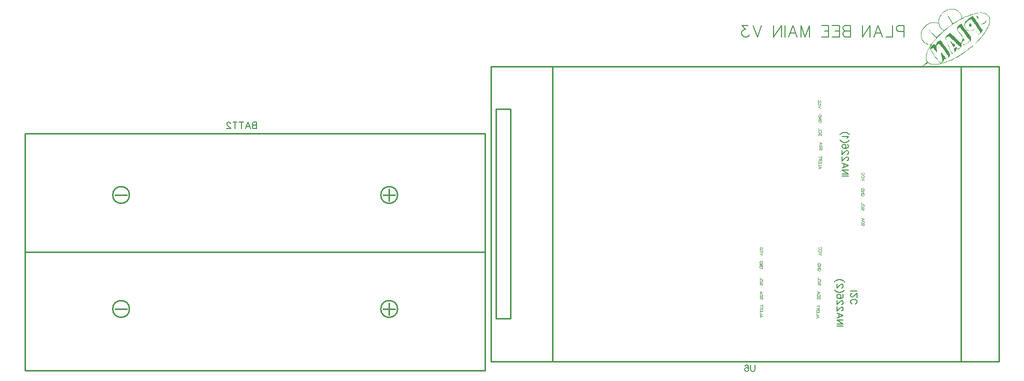
<source format=gbo>
G04 Layer: BottomSilkscreenLayer*
G04 EasyEDA v6.5.9, 2022-08-06 01:20:59*
G04 9b1ba566d4af4bc6ab690ab6380ac67e,c09117847ad249c1abd8b20aa127d3a4,10*
G04 Gerber Generator version 0.2*
G04 Scale: 100 percent, Rotated: No, Reflected: No *
G04 Dimensions in millimeters *
G04 leading zeros omitted , absolute positions ,4 integer and 5 decimal *
%FSLAX45Y45*%
%MOMM*%

%ADD10C,0.1000*%
%ADD11C,0.2032*%
%ADD12C,0.1524*%
%ADD13C,0.2540*%

%LPD*%
G36*
X16809974Y6974433D02*
G01*
X16795800Y6974078D01*
X16781373Y6973163D01*
X16767149Y6971690D01*
X16753484Y6969709D01*
X16740886Y6967270D01*
X16729811Y6964375D01*
X16724985Y6962800D01*
X16713352Y6958177D01*
X16702024Y6952894D01*
X16691000Y6947001D01*
X16680281Y6940448D01*
X16669918Y6933336D01*
X16659961Y6925716D01*
X16650462Y6917588D01*
X16641318Y6908952D01*
X16632682Y6899909D01*
X16624503Y6890410D01*
X16616832Y6880606D01*
X16609720Y6870446D01*
X16603167Y6859930D01*
X16597172Y6849211D01*
X16591838Y6838238D01*
X16587114Y6827062D01*
X16582999Y6815683D01*
X16579646Y6804202D01*
X16578173Y6798462D01*
X16575887Y6786829D01*
X16574312Y6775145D01*
X16573453Y6760768D01*
X16583812Y6760768D01*
X16584168Y6771843D01*
X16585184Y6782765D01*
X16586860Y6793636D01*
X16589197Y6804304D01*
X16592143Y6814870D01*
X16595750Y6825284D01*
X16599916Y6835444D01*
X16604742Y6845452D01*
X16610126Y6855256D01*
X16616070Y6864807D01*
X16622572Y6874103D01*
X16629684Y6883095D01*
X16637304Y6891832D01*
X16645432Y6900214D01*
X16654068Y6908342D01*
X16663263Y6916064D01*
X16672915Y6923430D01*
X16683075Y6930440D01*
X16693692Y6937044D01*
X16704767Y6943242D01*
X16716298Y6949033D01*
X16728490Y6954520D01*
X16739209Y6958482D01*
X16744442Y6960006D01*
X16749725Y6961276D01*
X16755313Y6962292D01*
X16761307Y6963105D01*
X16775125Y6964222D01*
X16792448Y6964883D01*
X16808602Y6965035D01*
X16822826Y6964578D01*
X16835628Y6963308D01*
X16847464Y6961174D01*
X16853204Y6959752D01*
X16864584Y6956044D01*
X16870324Y6953808D01*
X16882313Y6948322D01*
X16895318Y6941566D01*
X16899991Y6938772D01*
X16904614Y6935520D01*
X16909288Y6931812D01*
X16913860Y6927748D01*
X16918381Y6923278D01*
X16922851Y6918452D01*
X16927220Y6913321D01*
X16935551Y6902246D01*
X16939514Y6896353D01*
X16946829Y6884060D01*
X16953331Y6871208D01*
X16958767Y6858101D01*
X16961053Y6851497D01*
X16963034Y6844944D01*
X16964660Y6838442D01*
X16967606Y6822998D01*
X16967758Y6820662D01*
X16967454Y6818528D01*
X16966641Y6816394D01*
X16965117Y6814210D01*
X16962831Y6811873D01*
X16959630Y6809282D01*
X16955465Y6806285D01*
X16943476Y6798716D01*
X16848531Y6742226D01*
X16818152Y6723583D01*
X16766387Y6814312D01*
X16744035Y6852259D01*
X16735958Y6865010D01*
X16729760Y6873951D01*
X16727373Y6876999D01*
X16725341Y6879183D01*
X16723766Y6880504D01*
X16722547Y6880961D01*
X16721683Y6880606D01*
X16721175Y6879488D01*
X16721023Y6877608D01*
X16724426Y6870496D01*
X16733621Y6853478D01*
X16747236Y6828993D01*
X16784269Y6763410D01*
X16796918Y6740042D01*
X16804792Y6724599D01*
X16806773Y6719722D01*
X16804792Y6716369D01*
X16799407Y6710934D01*
X16791482Y6704126D01*
X16745762Y6669735D01*
X16715130Y6645960D01*
X16673474Y6613144D01*
X16651986Y6626555D01*
X16641978Y6633972D01*
X16637203Y6637985D01*
X16628262Y6646570D01*
X16620032Y6655866D01*
X16616172Y6660794D01*
X16609110Y6671056D01*
X16605859Y6676390D01*
X16600017Y6687515D01*
X16595039Y6699148D01*
X16592854Y6705142D01*
X16589197Y6717385D01*
X16586454Y6730085D01*
X16585438Y6736537D01*
X16584676Y6743039D01*
X16583913Y6755231D01*
X16583812Y6760768D01*
X16573453Y6760768D01*
X16573144Y6746138D01*
X16571823Y6740296D01*
X16568623Y6738670D01*
X16559682Y6740753D01*
X16549369Y6742328D01*
X16534892Y6743903D01*
X16517975Y6745274D01*
X16500652Y6746240D01*
X16486174Y6746646D01*
X16479875Y6746595D01*
X16468496Y6745833D01*
X16457980Y6744208D01*
X16452697Y6743039D01*
X16441521Y6739890D01*
X16429228Y6735724D01*
X16417594Y6731253D01*
X16406520Y6726326D01*
X16395903Y6720992D01*
X16385743Y6715048D01*
X16375888Y6708597D01*
X16366337Y6701485D01*
X16356888Y6693712D01*
X16347541Y6685178D01*
X16338194Y6675831D01*
X16328999Y6665823D01*
X16320465Y6655511D01*
X16312642Y6644944D01*
X16305580Y6634124D01*
X16299281Y6623100D01*
X16293693Y6611874D01*
X16288816Y6600494D01*
X16284701Y6589014D01*
X16281349Y6577482D01*
X16278707Y6565849D01*
X16276777Y6554266D01*
X16275608Y6542633D01*
X16275202Y6531102D01*
X16275270Y6527241D01*
X16284041Y6527241D01*
X16284194Y6538112D01*
X16285057Y6548983D01*
X16286683Y6559905D01*
X16288969Y6570725D01*
X16291915Y6581495D01*
X16295522Y6592214D01*
X16299738Y6602730D01*
X16304615Y6613144D01*
X16310051Y6623354D01*
X16316045Y6633311D01*
X16322649Y6643065D01*
X16329761Y6652463D01*
X16337432Y6661607D01*
X16345560Y6670395D01*
X16354196Y6678777D01*
X16363289Y6686803D01*
X16372840Y6694373D01*
X16382796Y6701434D01*
X16393160Y6708038D01*
X16403929Y6714134D01*
X16417391Y6720840D01*
X16430701Y6726885D01*
X16436492Y6729120D01*
X16442080Y6731000D01*
X16447566Y6732473D01*
X16453256Y6733641D01*
X16459301Y6734505D01*
X16466007Y6735165D01*
X16482110Y6736029D01*
X16498569Y6736435D01*
X16511676Y6736384D01*
X16524122Y6735927D01*
X16535501Y6735064D01*
X16545255Y6733946D01*
X16553078Y6732524D01*
X16556075Y6731711D01*
X16561409Y6729831D01*
X16565778Y6727901D01*
X16569436Y6725666D01*
X16572433Y6723024D01*
X16574973Y6719773D01*
X16577208Y6715709D01*
X16579392Y6710629D01*
X16585641Y6693763D01*
X16590467Y6683400D01*
X16593108Y6678320D01*
X16599001Y6668465D01*
X16605605Y6658914D01*
X16612920Y6649770D01*
X16620896Y6640982D01*
X16629481Y6632651D01*
X16638727Y6624777D01*
X16648582Y6617411D01*
X16655592Y6612636D01*
X16658285Y6610197D01*
X16658945Y6608825D01*
X16659047Y6607251D01*
X16658539Y6605371D01*
X16657370Y6603136D01*
X16655440Y6600393D01*
X16648988Y6593078D01*
X16638727Y6582714D01*
X16604335Y6550050D01*
X16544086Y6493408D01*
X16469055Y6568236D01*
X16443299Y6593128D01*
X16432174Y6603492D01*
X16414800Y6618731D01*
X16409111Y6623100D01*
X16407180Y6624370D01*
X16405860Y6624929D01*
X16405250Y6624828D01*
X16405301Y6624066D01*
X16407434Y6620560D01*
X16411956Y6614718D01*
X16418712Y6606844D01*
X16427348Y6597243D01*
X16449344Y6574028D01*
X16500500Y6522161D01*
X16520109Y6501638D01*
X16532301Y6488125D01*
X16534993Y6484721D01*
X16535349Y6483959D01*
X16534739Y6482537D01*
X16530624Y6476339D01*
X16523207Y6466636D01*
X16487698Y6423914D01*
X16472509Y6404711D01*
X16466362Y6396634D01*
X16447312Y6370167D01*
X16417747Y6374130D01*
X16406012Y6376720D01*
X16393972Y6380327D01*
X16381933Y6384848D01*
X16370147Y6390182D01*
X16358819Y6396177D01*
X16348201Y6402781D01*
X16338550Y6409842D01*
X16334130Y6413500D01*
X16329964Y6417462D01*
X16325850Y6421932D01*
X16321735Y6426911D01*
X16317722Y6432346D01*
X16310000Y6444234D01*
X16306342Y6450634D01*
X16299637Y6463995D01*
X16293896Y6477762D01*
X16291458Y6484670D01*
X16289324Y6491478D01*
X16287546Y6498183D01*
X16286175Y6504736D01*
X16284600Y6516420D01*
X16284041Y6527241D01*
X16275270Y6527241D01*
X16275557Y6519570D01*
X16276624Y6508242D01*
X16278453Y6497015D01*
X16280993Y6485940D01*
X16284346Y6475120D01*
X16288410Y6464503D01*
X16293236Y6454190D01*
X16298824Y6444183D01*
X16305123Y6434480D01*
X16312184Y6425184D01*
X16320058Y6416294D01*
X16328847Y6407556D01*
X16337889Y6399530D01*
X16346932Y6392621D01*
X16356228Y6386626D01*
X16361054Y6383883D01*
X16371366Y6378956D01*
X16382695Y6374536D01*
X16395344Y6370421D01*
X16409619Y6366560D01*
X16438727Y6359144D01*
X16412006Y6312560D01*
X16404742Y6299250D01*
X16398087Y6286347D01*
X16392042Y6273800D01*
X16386556Y6261608D01*
X16381679Y6249670D01*
X16377361Y6237986D01*
X16373551Y6226556D01*
X16370300Y6215380D01*
X16367607Y6204407D01*
X16365474Y6193586D01*
X16363797Y6182918D01*
X16362680Y6172403D01*
X16362070Y6161989D01*
X16361968Y6148781D01*
X16369131Y6148781D01*
X16369182Y6155944D01*
X16370147Y6170777D01*
X16372332Y6186119D01*
X16375735Y6201968D01*
X16377818Y6210096D01*
X16380206Y6218326D01*
X16385844Y6235141D01*
X16390772Y6248044D01*
X16398290Y6265570D01*
X16406876Y6283452D01*
X16416528Y6301740D01*
X16427094Y6320282D01*
X16438727Y6339078D01*
X16444874Y6348628D01*
X16461282Y6372606D01*
X16475405Y6392011D01*
X16490442Y6411620D01*
X16510457Y6436207D01*
X16531742Y6460998D01*
X16549674Y6480810D01*
X16568369Y6500723D01*
X16592804Y6525514D01*
X16613174Y6545275D01*
X16634206Y6564934D01*
X16661485Y6589369D01*
X16683990Y6608673D01*
X16707104Y6627825D01*
X16730827Y6646773D01*
X16755059Y6665417D01*
X16779900Y6683756D01*
X16811599Y6706260D01*
X16837507Y6723837D01*
X16869918Y6744817D01*
X16888206Y6756146D01*
X16906798Y6767220D01*
X16931944Y6781495D01*
X16957294Y6795211D01*
X16989196Y6811518D01*
X17014698Y6823811D01*
X17033748Y6832549D01*
X17065091Y6846112D01*
X17083582Y6853631D01*
X17107814Y6862876D01*
X17131334Y6871157D01*
X17154093Y6878472D01*
X17175937Y6884720D01*
X17196714Y6889851D01*
X17216272Y6893814D01*
X17225619Y6895388D01*
X17234560Y6896608D01*
X17270323Y6900265D01*
X17285563Y6901484D01*
X17297196Y6902145D01*
X17306137Y6902246D01*
X17313198Y6901840D01*
X17324527Y6900113D01*
X17339970Y6897166D01*
X17354194Y6893712D01*
X17367097Y6889800D01*
X17378781Y6885330D01*
X17389297Y6880250D01*
X17394123Y6877507D01*
X17398644Y6874611D01*
X17402911Y6871512D01*
X17410633Y6864858D01*
X17414087Y6861251D01*
X17417237Y6857492D01*
X17420183Y6853529D01*
X17422876Y6849364D01*
X17425314Y6845046D01*
X17427549Y6840474D01*
X17429530Y6835698D01*
X17431258Y6830771D01*
X17432782Y6825589D01*
X17435118Y6814566D01*
X17436642Y6802628D01*
X17437354Y6789775D01*
X17437354Y6776567D01*
X17436744Y6764324D01*
X17435626Y6752640D01*
X17433798Y6741159D01*
X17431258Y6729679D01*
X17427905Y6717893D01*
X17423638Y6705600D01*
X17418405Y6692493D01*
X17412157Y6678320D01*
X17404791Y6662775D01*
X17398441Y6649974D01*
X17388840Y6631940D01*
X17378375Y6613804D01*
X17370044Y6600139D01*
X17355108Y6577279D01*
X17339005Y6554317D01*
X17325289Y6535928D01*
X17310912Y6517538D01*
X17291964Y6494627D01*
X17272101Y6471716D01*
X17259706Y6458051D01*
X17247006Y6444437D01*
X17234001Y6430873D01*
X17216221Y6412890D01*
X17202556Y6399479D01*
X17174413Y6373012D01*
X17155109Y6355588D01*
X17130420Y6334150D01*
X17100042Y6308902D01*
X17068952Y6284315D01*
X17042536Y6264351D01*
X17021149Y6248755D01*
X16994124Y6229807D01*
X16972280Y6215075D01*
X16939310Y6193739D01*
X16906036Y6173419D01*
X16883786Y6160465D01*
X16850360Y6142024D01*
X16828109Y6130340D01*
X16805910Y6119266D01*
X16778224Y6106210D01*
X16756176Y6096457D01*
X16728846Y6085128D01*
X16712539Y6078829D01*
X16696385Y6072936D01*
X16669715Y6063945D01*
X16648633Y6057544D01*
X16622674Y6050635D01*
X16607383Y6047028D01*
X16594023Y6044387D01*
X16579900Y6042202D01*
X16565219Y6040475D01*
X16550233Y6039205D01*
X16535146Y6038342D01*
X16520160Y6037935D01*
X16505529Y6037986D01*
X16491407Y6038494D01*
X16478148Y6039510D01*
X16465854Y6040932D01*
X16454831Y6042812D01*
X16445280Y6045200D01*
X16439438Y6047181D01*
X16433647Y6049568D01*
X16427907Y6052413D01*
X16422268Y6055614D01*
X16416782Y6059170D01*
X16411448Y6063030D01*
X16406266Y6067145D01*
X16401389Y6071565D01*
X16396716Y6076188D01*
X16392398Y6081014D01*
X16388384Y6085992D01*
X16384727Y6091072D01*
X16381476Y6096304D01*
X16378682Y6101537D01*
X16376345Y6106820D01*
X16373601Y6115253D01*
X16372078Y6121603D01*
X16370858Y6128156D01*
X16369995Y6134862D01*
X16369385Y6141770D01*
X16369131Y6148781D01*
X16361968Y6148781D01*
X16362172Y6135878D01*
X16362730Y6127546D01*
X16363645Y6120282D01*
X16364966Y6113780D01*
X16366693Y6107734D01*
X16368928Y6101892D01*
X16371722Y6095898D01*
X16381933Y6075476D01*
X16310356Y6017260D01*
X16285870Y5996686D01*
X16266261Y5979363D01*
X16258997Y5972505D01*
X16253764Y5967171D01*
X16250818Y5963666D01*
X16250310Y5962650D01*
X16250259Y5961938D01*
X16250462Y5961481D01*
X16250919Y5961227D01*
X16252799Y5961532D01*
X16256101Y5962954D01*
X16267734Y5969762D01*
X16287445Y5982665D01*
X16316756Y6002680D01*
X16396258Y6057950D01*
X16429583Y6041745D01*
X16439946Y6037376D01*
X16444925Y6035649D01*
X16449954Y6034227D01*
X16455237Y6033008D01*
X16466870Y6031128D01*
X16481044Y6029858D01*
X16498773Y6028944D01*
X16521582Y6028537D01*
X16538346Y6028944D01*
X16549471Y6029604D01*
X16560546Y6030518D01*
X16571671Y6031738D01*
X16582847Y6033312D01*
X16594124Y6035192D01*
X16605605Y6037376D01*
X16617238Y6039916D01*
X16629075Y6042812D01*
X16641216Y6046063D01*
X16666413Y6053632D01*
X16693235Y6062776D01*
X16721886Y6073546D01*
X16755618Y6087160D01*
X16777207Y6096508D01*
X16793413Y6103823D01*
X16809567Y6111443D01*
X16831106Y6122060D01*
X16863415Y6138875D01*
X16884853Y6150711D01*
X16906290Y6163005D01*
X16932910Y6179007D01*
X16954144Y6192316D01*
X16969994Y6202578D01*
X17006773Y6227521D01*
X17027601Y6242405D01*
X17048276Y6257645D01*
X17073930Y6277305D01*
X17094250Y6293459D01*
X17114418Y6309969D01*
X17139310Y6331204D01*
X17159020Y6348628D01*
X17178477Y6366357D01*
X17197781Y6384493D01*
X17221504Y6407607D01*
X17240199Y6426454D01*
X17261941Y6449263D01*
X17282515Y6471716D01*
X17292370Y6482791D01*
X17311116Y6504787D01*
X17328743Y6526479D01*
X17345152Y6547815D01*
X17360341Y6568795D01*
X17374362Y6589522D01*
X17387163Y6609842D01*
X17398746Y6629908D01*
X17404130Y6639763D01*
X17409160Y6649567D01*
X17416170Y6664147D01*
X17420488Y6673697D01*
X17428159Y6692646D01*
X17431562Y6701993D01*
X17434661Y6711238D01*
X17437455Y6720433D01*
X17439944Y6729526D01*
X17442129Y6738518D01*
X17444872Y6751828D01*
X17446853Y6764985D01*
X17447920Y6777583D01*
X17448072Y6789623D01*
X17447310Y6801154D01*
X17445634Y6812127D01*
X17442992Y6822694D01*
X17439436Y6832752D01*
X17434966Y6842404D01*
X17429480Y6851599D01*
X17426432Y6856069D01*
X17419523Y6864756D01*
X17411649Y6873036D01*
X17407382Y6877100D01*
X17399558Y6883501D01*
X17395494Y6886448D01*
X17386808Y6891680D01*
X17382236Y6894068D01*
X17372584Y6898233D01*
X17362068Y6901688D01*
X17350689Y6904431D01*
X17338344Y6906564D01*
X17324933Y6908038D01*
X17310303Y6908901D01*
X17294504Y6909155D01*
X17283988Y6909053D01*
X17262856Y6908038D01*
X17241418Y6905955D01*
X17219574Y6902805D01*
X17202861Y6899706D01*
X17185894Y6895998D01*
X17162627Y6890003D01*
X17138650Y6882892D01*
X17113859Y6874560D01*
X17088104Y6865010D01*
X17061332Y6854240D01*
X17012869Y6833412D01*
X16995495Y6826605D01*
X16983049Y6822389D01*
X16979290Y6821525D01*
X16977410Y6821525D01*
X16975886Y6823405D01*
X16974616Y6826656D01*
X16973753Y6830822D01*
X16973194Y6840016D01*
X16972534Y6844893D01*
X16971467Y6850075D01*
X16970044Y6855510D01*
X16968266Y6861098D01*
X16963644Y6872731D01*
X16957903Y6884568D01*
X16951147Y6896303D01*
X16943578Y6907428D01*
X16939564Y6912711D01*
X16931182Y6922363D01*
X16921988Y6931406D01*
X16912640Y6939534D01*
X16903039Y6946849D01*
X16893184Y6953300D01*
X16883024Y6958939D01*
X16872661Y6963714D01*
X16861942Y6967728D01*
X16850868Y6970928D01*
X16841216Y6972757D01*
X16829684Y6973874D01*
X16816781Y6974433D01*
G37*
G36*
X17225568Y6856171D02*
G01*
X17223536Y6855917D01*
X17222114Y6854393D01*
X17221301Y6851497D01*
X17221047Y6847331D01*
X17222165Y6842099D01*
X17225111Y6835902D01*
X17229429Y6829348D01*
X17234611Y6822948D01*
X17240097Y6817359D01*
X17245380Y6813092D01*
X17250003Y6810756D01*
X17253407Y6810959D01*
X17255490Y6812940D01*
X17256506Y6815632D01*
X17256455Y6818985D01*
X17255337Y6822897D01*
X17253204Y6827418D01*
X17250105Y6832396D01*
X17245990Y6837832D01*
X17240859Y6843674D01*
X17235932Y6848856D01*
X17231715Y6852615D01*
X17228312Y6855053D01*
G37*
G36*
X17157496Y6856120D02*
G01*
X17123714Y6838950D01*
X17109897Y6831228D01*
X17096943Y6823202D01*
X17084802Y6814870D01*
X17073473Y6806285D01*
X17063110Y6797446D01*
X17053610Y6788353D01*
X17045076Y6779107D01*
X17037507Y6769709D01*
X17034052Y6764985D01*
X17027956Y6755384D01*
X17022876Y6745681D01*
X17018863Y6735927D01*
X17015917Y6726123D01*
X17014850Y6721195D01*
X17014088Y6716318D01*
X17013275Y6709003D01*
X17012970Y6702602D01*
X17013230Y6697573D01*
X17022165Y6697573D01*
X17022216Y6702196D01*
X17022572Y6706819D01*
X17023232Y6711391D01*
X17024299Y6715912D01*
X17025670Y6720382D01*
X17027347Y6724853D01*
X17029379Y6729272D01*
X17031766Y6733692D01*
X17034510Y6738061D01*
X17037558Y6742379D01*
X17040961Y6746697D01*
X17048784Y6755333D01*
X17058030Y6763867D01*
X17068596Y6772452D01*
X17080534Y6780987D01*
X17091101Y6787337D01*
X17101972Y6792620D01*
X17107154Y6794703D01*
X17111980Y6796278D01*
X17116298Y6797395D01*
X17119955Y6797852D01*
X17124578Y6797954D01*
X17128540Y6797548D01*
X17132046Y6796582D01*
X17135297Y6794855D01*
X17138446Y6792315D01*
X17141799Y6788759D01*
X17149724Y6778091D01*
X17154285Y6771081D01*
X17164050Y6771081D01*
X17164405Y6774434D01*
X17165370Y6778193D01*
X17166844Y6782003D01*
X17168672Y6785356D01*
X17171111Y6788912D01*
X17172482Y6790131D01*
X17173143Y6788912D01*
X17173295Y6785356D01*
X17172889Y6782003D01*
X17171924Y6778193D01*
X17170450Y6774434D01*
X17168672Y6771081D01*
X17166183Y6767525D01*
X17164812Y6766306D01*
X17164202Y6767525D01*
X17164050Y6771081D01*
X17154285Y6771081D01*
X17159732Y6761988D01*
X17162780Y6755942D01*
X17163897Y6752336D01*
X17164253Y6750405D01*
X17165269Y6748780D01*
X17166793Y6747662D01*
X17170501Y6746697D01*
X17172025Y6745173D01*
X17173041Y6742887D01*
X17173752Y6737350D01*
X17174718Y6735064D01*
X17176089Y6733540D01*
X17178361Y6732676D01*
X17187722Y6732676D01*
X17188078Y6734657D01*
X17189094Y6736740D01*
X17190618Y6738620D01*
X17192447Y6740144D01*
X17194326Y6740702D01*
X17195850Y6740042D01*
X17196866Y6738315D01*
X17197222Y6735622D01*
X17196866Y6732778D01*
X17195850Y6730390D01*
X17194326Y6728815D01*
X17192447Y6728206D01*
X17190618Y6728561D01*
X17189094Y6729526D01*
X17188078Y6730949D01*
X17187722Y6732676D01*
X17178361Y6732676D01*
X17180356Y6731558D01*
X17184065Y6727748D01*
X17188484Y6722059D01*
X17193056Y6715099D01*
X17207484Y6691680D01*
X17219269Y6673037D01*
X17228667Y6658813D01*
X17236084Y6648500D01*
X17241824Y6641693D01*
X17244161Y6639509D01*
X17246244Y6637985D01*
X17248022Y6637172D01*
X17249648Y6636918D01*
X17251070Y6637274D01*
X17255236Y6640118D01*
X17257369Y6640880D01*
X17258690Y6640423D01*
X17259147Y6638747D01*
X17258690Y6636664D01*
X17257471Y6634683D01*
X17255693Y6633006D01*
X17253458Y6631889D01*
X17252340Y6629501D01*
X17254016Y6624320D01*
X17258436Y6616700D01*
X17272203Y6597396D01*
X17277791Y6588201D01*
X17281550Y6580479D01*
X17282922Y6575348D01*
X17281550Y6571030D01*
X17277842Y6565696D01*
X17272254Y6560108D01*
X17265497Y6554825D01*
X17248022Y6542938D01*
X17203166Y6604558D01*
X17187367Y6625386D01*
X17185894Y6625996D01*
X17183252Y6625996D01*
X17179594Y6625386D01*
X17175022Y6624269D01*
X17163592Y6620408D01*
X17135906Y6608825D01*
X17122902Y6604050D01*
X17112335Y6600850D01*
X17108322Y6599986D01*
X17105528Y6599681D01*
X17101870Y6599986D01*
X17097806Y6600952D01*
X17093336Y6602475D01*
X17088561Y6604457D01*
X17078655Y6609791D01*
X17073676Y6612940D01*
X17068800Y6616395D01*
X17064126Y6620052D01*
X17059757Y6623913D01*
X17055795Y6627825D01*
X17052340Y6631787D01*
X17044009Y6642658D01*
X17037050Y6653225D01*
X17031411Y6663537D01*
X17029125Y6668566D01*
X17027144Y6673545D01*
X17025467Y6678472D01*
X17024146Y6683349D01*
X17023181Y6688124D01*
X17022521Y6692849D01*
X17022165Y6697573D01*
X17013230Y6697573D01*
X17014291Y6690817D01*
X17016222Y6684467D01*
X17019016Y6677304D01*
X17022927Y6668770D01*
X17031309Y6652056D01*
X17038066Y6640322D01*
X17041469Y6634937D01*
X17048530Y6625336D01*
X17055795Y6617106D01*
X17059554Y6613550D01*
X17063364Y6610299D01*
X17067276Y6607403D01*
X17071238Y6604812D01*
X17075302Y6602577D01*
X17079468Y6600698D01*
X17083735Y6599174D01*
X17088104Y6597954D01*
X17092625Y6597040D01*
X17097197Y6596481D01*
X17101921Y6596278D01*
X17106798Y6596380D01*
X17111776Y6596786D01*
X17116907Y6597497D01*
X17127575Y6599936D01*
X17138802Y6603593D01*
X17150740Y6608521D01*
X17182846Y6622999D01*
X17207484Y6588607D01*
X17226178Y6563614D01*
X17240250Y6546189D01*
X17245076Y6540855D01*
X17248225Y6538112D01*
X17249089Y6537756D01*
X17251121Y6538366D01*
X17254372Y6540144D01*
X17264380Y6547154D01*
X17278553Y6558381D01*
X17296434Y6573469D01*
X17300854Y6577939D01*
X17305680Y6583934D01*
X17310557Y6590893D01*
X17315230Y6598412D01*
X17319396Y6605879D01*
X17322749Y6612839D01*
X17324984Y6618731D01*
X17325797Y6623100D01*
X17325238Y6624777D01*
X17323714Y6625691D01*
X17321428Y6625844D01*
X17315738Y6624523D01*
X17313503Y6625031D01*
X17312030Y6626555D01*
X17310760Y6632143D01*
X17308728Y6635699D01*
X17305680Y6639306D01*
X17298314Y6645605D01*
X17295266Y6648907D01*
X17293234Y6652107D01*
X17291761Y6657441D01*
X17289780Y6660896D01*
X17286884Y6664706D01*
X17279366Y6672681D01*
X17275149Y6678574D01*
X17271288Y6685127D01*
X17265294Y6697827D01*
X17262043Y6703466D01*
X17258741Y6707936D01*
X17253407Y6712610D01*
X17251426Y6715302D01*
X17250105Y6718350D01*
X17249190Y6723989D01*
X17248124Y6726174D01*
X17246498Y6727647D01*
X17242840Y6728612D01*
X17241875Y6729628D01*
X17241723Y6731152D01*
X17243196Y6734809D01*
X17243044Y6736334D01*
X17242078Y6737350D01*
X17238421Y6738315D01*
X17236795Y6739839D01*
X17235728Y6742125D01*
X17234865Y6747662D01*
X17233696Y6749948D01*
X17231918Y6751472D01*
X17229785Y6752031D01*
X17227854Y6752234D01*
X17226686Y6752894D01*
X17226432Y6753809D01*
X17227092Y6754926D01*
X17227296Y6757009D01*
X17225721Y6760667D01*
X17222622Y6765290D01*
X17213580Y6776008D01*
X17209211Y6781952D01*
X17205807Y6787591D01*
X17201591Y6796633D01*
X17197882Y6802170D01*
X17193107Y6808012D01*
X17182084Y6819493D01*
X17176089Y6826656D01*
X17170552Y6834124D01*
X17166132Y6840981D01*
G37*
G36*
X17388535Y6779971D02*
G01*
X17386960Y6779361D01*
X17384725Y6777634D01*
X17378527Y6770928D01*
X17374616Y6766001D01*
X17366183Y6754571D01*
X17362017Y6749745D01*
X17357699Y6745427D01*
X17353026Y6741515D01*
X17347946Y6738010D01*
X17342307Y6734708D01*
X17336008Y6731558D01*
X17318685Y6723938D01*
X17310709Y6719620D01*
X17305731Y6715963D01*
X17304613Y6713524D01*
X17307102Y6712508D01*
X17311878Y6712915D01*
X17318532Y6714490D01*
X17326356Y6717080D01*
X17334941Y6720433D01*
X17343628Y6724396D01*
X17351857Y6728714D01*
X17359172Y6733286D01*
X17364659Y6738010D01*
X17370806Y6744817D01*
X17376902Y6752793D01*
X17382083Y6761073D01*
X17385233Y6766966D01*
X17387519Y6771741D01*
X17388941Y6775450D01*
X17389551Y6778040D01*
X17389398Y6779564D01*
G37*
G36*
X17116298Y6728104D02*
G01*
X17112132Y6727291D01*
X17107865Y6725259D01*
X17103648Y6722008D01*
X17099889Y6717639D01*
X17097044Y6712966D01*
X17095012Y6708292D01*
X17093742Y6703618D01*
X17093184Y6699148D01*
X17093285Y6694779D01*
X17094047Y6690715D01*
X17095368Y6686905D01*
X17097298Y6683502D01*
X17099686Y6680504D01*
X17102531Y6678015D01*
X17105833Y6676085D01*
X17109490Y6674764D01*
X17113504Y6674154D01*
X17117771Y6674307D01*
X17122343Y6675221D01*
X17127067Y6677050D01*
X17133214Y6680504D01*
X17136618Y6684162D01*
X17137684Y6688683D01*
X17136770Y6694881D01*
X17135297Y6699656D01*
X17133519Y6703771D01*
X17131639Y6706819D01*
X17128236Y6709714D01*
X17126966Y6712203D01*
X17126102Y6715404D01*
X17125797Y6719112D01*
X17125086Y6723227D01*
X17123054Y6726072D01*
X17120057Y6727698D01*
G37*
G36*
X16962018Y6723481D02*
G01*
X16958919Y6722872D01*
X16954855Y6721297D01*
X16949928Y6718808D01*
X16944340Y6715556D01*
X16938396Y6711746D01*
X16926102Y6702958D01*
X16920159Y6698284D01*
X16914723Y6693662D01*
X16909897Y6689191D01*
X16905884Y6685025D01*
X16903039Y6681368D01*
X16898620Y6674103D01*
X16894606Y6666128D01*
X16891050Y6657848D01*
X16888155Y6649720D01*
X16886072Y6642303D01*
X16884954Y6636054D01*
X16884954Y6631940D01*
X16896181Y6631940D01*
X16897146Y6634937D01*
X16900702Y6639661D01*
X16906290Y6645351D01*
X16913352Y6651498D01*
X16920819Y6657238D01*
X16927423Y6661962D01*
X16932452Y6665163D01*
X16935196Y6666331D01*
X16936974Y6664807D01*
X16946975Y6652920D01*
X16959326Y6652920D01*
X16959834Y6654342D01*
X16962577Y6655206D01*
X16965422Y6653479D01*
X16967708Y6650024D01*
X16968673Y6645503D01*
X16968266Y6643878D01*
X16967098Y6643471D01*
X16965320Y6644284D01*
X16963034Y6646214D01*
X16961053Y6648602D01*
X16959783Y6650939D01*
X16959326Y6652920D01*
X16946975Y6652920D01*
X16966391Y6627825D01*
X17012107Y6627825D01*
X17012462Y6630060D01*
X17013377Y6631686D01*
X17014494Y6632092D01*
X17015307Y6631025D01*
X17015815Y6628739D01*
X17015917Y6625437D01*
X17015561Y6622135D01*
X17014952Y6620509D01*
X17014088Y6620611D01*
X17013021Y6622542D01*
X17012259Y6625234D01*
X17012107Y6627825D01*
X16966391Y6627825D01*
X16986453Y6601104D01*
X17044913Y6521602D01*
X17051223Y6521602D01*
X17051985Y6523481D01*
X17054677Y6526834D01*
X17055998Y6527850D01*
X17057014Y6528206D01*
X17057827Y6527850D01*
X17058538Y6526834D01*
X17058944Y6525310D01*
X17059060Y6523075D01*
X17069257Y6523075D01*
X17069612Y6525310D01*
X17070527Y6526936D01*
X17071644Y6527342D01*
X17072457Y6526276D01*
X17072965Y6523990D01*
X17073067Y6520688D01*
X17072711Y6517335D01*
X17072102Y6515709D01*
X17071238Y6515862D01*
X17070171Y6517792D01*
X17069409Y6520434D01*
X17069257Y6523075D01*
X17059060Y6523075D01*
X17058741Y6521602D01*
X17057674Y6520078D01*
X17056049Y6519062D01*
X17054068Y6518706D01*
X17052340Y6519062D01*
X17051375Y6520078D01*
X17051223Y6521602D01*
X17044913Y6521602D01*
X17050992Y6513372D01*
X17097857Y6513372D01*
X17098111Y6517030D01*
X17098873Y6519976D01*
X17099788Y6521145D01*
X17100499Y6519926D01*
X17100956Y6516624D01*
X17101058Y6511544D01*
X17100804Y6506667D01*
X17100296Y6503924D01*
X17099534Y6503568D01*
X17098670Y6505702D01*
X17098010Y6509410D01*
X17097857Y6513372D01*
X17050992Y6513372D01*
X17061425Y6499250D01*
X17112081Y6499250D01*
X17112488Y6501485D01*
X17113402Y6503111D01*
X17114469Y6503517D01*
X17115332Y6502450D01*
X17115840Y6500164D01*
X17115891Y6496862D01*
X17115586Y6493560D01*
X17114926Y6491935D01*
X17114062Y6492036D01*
X17113046Y6493967D01*
X17112284Y6496659D01*
X17112081Y6499250D01*
X17061425Y6499250D01*
X17090847Y6459575D01*
X17097756Y6449060D01*
X17102480Y6440322D01*
X17103902Y6436969D01*
X17104512Y6434480D01*
X17104360Y6432956D01*
X17102023Y6430467D01*
X17097806Y6427266D01*
X17092320Y6423761D01*
X17082719Y6418478D01*
X17074083Y6412992D01*
X17064177Y6406134D01*
X17054220Y6398615D01*
X17041622Y6388455D01*
X17034103Y6382766D01*
X17027194Y6377889D01*
X17020946Y6373825D01*
X17015307Y6370574D01*
X17010430Y6368237D01*
X17006366Y6366814D01*
X17003115Y6366306D01*
X17000270Y6367932D01*
X16995698Y6372402D01*
X16990060Y6379006D01*
X16983913Y6387084D01*
X16969028Y6407861D01*
X16980204Y6418376D01*
X16984472Y6423101D01*
X16987774Y6428130D01*
X16989806Y6432956D01*
X16990212Y6436868D01*
X16990009Y6440779D01*
X16990415Y6440627D01*
X16992244Y6436614D01*
X16993768Y6434734D01*
X16995495Y6433464D01*
X16997222Y6432956D01*
X17001947Y6435090D01*
X17008297Y6440068D01*
X17013885Y6445758D01*
X17016272Y6449974D01*
X17014850Y6452717D01*
X17011040Y6458661D01*
X16990364Y6488074D01*
X16969486Y6518909D01*
X16944390Y6557518D01*
X16909338Y6610197D01*
X16901617Y6622389D01*
X16897045Y6630162D01*
X16896181Y6631940D01*
X16884954Y6631940D01*
X16884954Y6631381D01*
X16886174Y6628841D01*
X16888104Y6626961D01*
X16895368Y6617665D01*
X16907510Y6600647D01*
X16924629Y6575552D01*
X16988129Y6480149D01*
X16963288Y6408166D01*
X16991431Y6368592D01*
X16994987Y6364122D01*
X16997934Y6360871D01*
X17000474Y6358788D01*
X17002810Y6357721D01*
X17005096Y6357569D01*
X17007535Y6358229D01*
X17010329Y6359550D01*
X17017542Y6363817D01*
X17025213Y6368694D01*
X17034713Y6375298D01*
X17044822Y6382816D01*
X17064837Y6398514D01*
X17075251Y6405930D01*
X17085310Y6412382D01*
X17094962Y6417767D01*
X17103902Y6422034D01*
X17111980Y6425031D01*
X17115485Y6427520D01*
X17118482Y6432550D01*
X17120870Y6440068D01*
X17122698Y6449872D01*
X17124934Y6468364D01*
X17125492Y6475984D01*
X17125746Y6482740D01*
X17125543Y6488734D01*
X17124984Y6494018D01*
X17123968Y6498793D01*
X17122546Y6503212D01*
X17120616Y6507276D01*
X17118228Y6511188D01*
X17115332Y6515100D01*
X17106696Y6525463D01*
X17102836Y6531711D01*
X17100651Y6537045D01*
X17100194Y6544614D01*
X17096435Y6547205D01*
X17089932Y6548374D01*
X17081398Y6547713D01*
X17080077Y6547815D01*
X17079468Y6548628D01*
X17079569Y6549948D01*
X17080382Y6551726D01*
X17080636Y6557416D01*
X17077690Y6565900D01*
X17072406Y6575094D01*
X17065802Y6582867D01*
X17062653Y6586270D01*
X17058030Y6591858D01*
X17027194Y6632905D01*
X17018660Y6643878D01*
X17000524Y6668566D01*
X16984065Y6692341D01*
X16977664Y6702196D01*
X16973143Y6709714D01*
X16969333Y6717842D01*
X16967098Y6720789D01*
X16964558Y6722719D01*
G37*
G36*
X16772636Y6565341D02*
G01*
X16768978Y6564680D01*
X16764254Y6562648D01*
X16758056Y6559092D01*
X16749928Y6553911D01*
X16731742Y6541414D01*
X16725036Y6536283D01*
X16719397Y6531356D01*
X16714571Y6526479D01*
X16710456Y6521348D01*
X16708259Y6518097D01*
X16732757Y6518097D01*
X16733519Y6520840D01*
X16735856Y6525717D01*
X16737990Y6527952D01*
X16739514Y6527342D01*
X16740073Y6523735D01*
X16739717Y6521754D01*
X16738701Y6519722D01*
X16737228Y6517843D01*
X16735399Y6516370D01*
X16733723Y6515760D01*
X16732808Y6516370D01*
X16732757Y6518097D01*
X16708259Y6518097D01*
X16706748Y6515862D01*
X16703395Y6509766D01*
X16700144Y6502857D01*
X16695877Y6492087D01*
X16693235Y6482943D01*
X16692674Y6478778D01*
X16704056Y6478778D01*
X16704259Y6481318D01*
X16704818Y6483502D01*
X16705681Y6485280D01*
X16706900Y6486804D01*
X16708374Y6488125D01*
X16717010Y6493357D01*
X16722445Y6497116D01*
X16727779Y6501130D01*
X16736618Y6508496D01*
X16741241Y6511239D01*
X16745661Y6513118D01*
X16749318Y6513728D01*
X16751554Y6512661D01*
X16755719Y6509562D01*
X16761904Y6504431D01*
X16788282Y6504431D01*
X16788485Y6508851D01*
X16789196Y6512763D01*
X16790009Y6514642D01*
X16790720Y6513728D01*
X16791178Y6510223D01*
X16791381Y6504431D01*
X16791178Y6498590D01*
X16790720Y6495084D01*
X16790009Y6494170D01*
X16789196Y6496100D01*
X16788485Y6499961D01*
X16788282Y6504431D01*
X16761904Y6504431D01*
X16777817Y6490208D01*
X16788097Y6480606D01*
X16807383Y6480606D01*
X16807637Y6483756D01*
X16808348Y6486550D01*
X16809313Y6487922D01*
X16810075Y6487261D01*
X16810583Y6484772D01*
X16810786Y6480606D01*
X16810583Y6476441D01*
X16810075Y6473952D01*
X16809313Y6473291D01*
X16808348Y6474663D01*
X16807637Y6477406D01*
X16807383Y6480606D01*
X16788097Y6480606D01*
X16803049Y6466332D01*
X16859148Y6466332D01*
X16859554Y6468160D01*
X16860621Y6469684D01*
X16862196Y6470700D01*
X16864177Y6471056D01*
X16865904Y6470700D01*
X16866870Y6469684D01*
X16867022Y6468160D01*
X16866260Y6466332D01*
X16864990Y6464452D01*
X16863568Y6462928D01*
X16862298Y6461912D01*
X16861231Y6461556D01*
X16860418Y6461912D01*
X16859758Y6462928D01*
X16859300Y6464452D01*
X16859148Y6466332D01*
X16803049Y6466332D01*
X16824156Y6445656D01*
X16832478Y6445656D01*
X16833138Y6447586D01*
X16835932Y6451092D01*
X16838168Y6451701D01*
X16839590Y6449517D01*
X16840098Y6444589D01*
X16839692Y6441948D01*
X16838676Y6440220D01*
X16837757Y6439865D01*
X16882922Y6439865D01*
X16883329Y6442710D01*
X16884345Y6445097D01*
X16885869Y6446672D01*
X16887698Y6447282D01*
X16889526Y6446926D01*
X16891050Y6445961D01*
X16892066Y6444538D01*
X16892473Y6442760D01*
X16892066Y6440830D01*
X16891050Y6438747D01*
X16889526Y6436868D01*
X16887698Y6435344D01*
X16885869Y6434785D01*
X16884345Y6435445D01*
X16883329Y6437172D01*
X16882922Y6439865D01*
X16837757Y6439865D01*
X16837101Y6439611D01*
X16835221Y6440170D01*
X16833596Y6441694D01*
X16832630Y6443573D01*
X16832478Y6445656D01*
X16824156Y6445656D01*
X16842232Y6427622D01*
X16859758Y6427622D01*
X16860012Y6431330D01*
X16860774Y6434277D01*
X16861688Y6435394D01*
X16862399Y6434226D01*
X16862856Y6430924D01*
X16862894Y6424625D01*
X16897553Y6424625D01*
X16897807Y6429756D01*
X16898721Y6433870D01*
X16900144Y6436715D01*
X16901972Y6437731D01*
X16905122Y6436969D01*
X16906189Y6434277D01*
X16905122Y6429146D01*
X16901972Y6421069D01*
X16900652Y6418275D01*
X16912082Y6418275D01*
X16912488Y6420561D01*
X16913402Y6422186D01*
X16914469Y6422542D01*
X16915333Y6421526D01*
X16915841Y6419240D01*
X16915892Y6415938D01*
X16915587Y6412585D01*
X16914926Y6410960D01*
X16914063Y6411112D01*
X16913047Y6413042D01*
X16912285Y6415684D01*
X16912082Y6418275D01*
X16900652Y6418275D01*
X16899788Y6416446D01*
X16898518Y6415328D01*
X16897858Y6418021D01*
X16897553Y6424625D01*
X16862894Y6424625D01*
X16862704Y6420967D01*
X16862196Y6418224D01*
X16861485Y6417818D01*
X16860570Y6419951D01*
X16859910Y6423710D01*
X16859758Y6427622D01*
X16842232Y6427622D01*
X16870389Y6399631D01*
X16883583Y6399631D01*
X16883786Y6402832D01*
X16884548Y6405575D01*
X16885462Y6406946D01*
X16886224Y6406286D01*
X16886783Y6403797D01*
X16886922Y6399276D01*
X16931132Y6399276D01*
X16931538Y6401511D01*
X16932452Y6403136D01*
X16933519Y6403492D01*
X16934383Y6402476D01*
X16934840Y6400190D01*
X16934942Y6396888D01*
X16934637Y6393535D01*
X16933976Y6391910D01*
X16933113Y6392062D01*
X16932046Y6393992D01*
X16931335Y6396634D01*
X16931132Y6399276D01*
X16886922Y6399276D01*
X16886783Y6395516D01*
X16886224Y6392976D01*
X16885462Y6392316D01*
X16884548Y6393688D01*
X16883786Y6396482D01*
X16883583Y6399631D01*
X16870389Y6399631D01*
X16890949Y6379565D01*
X16910202Y6361125D01*
X16928439Y6344513D01*
X16935754Y6338722D01*
X16940479Y6334252D01*
X16943679Y6330543D01*
X16944848Y6328054D01*
X16943781Y6325260D01*
X16940885Y6321298D01*
X16936720Y6316624D01*
X16931741Y6311798D01*
X16926458Y6307175D01*
X16921480Y6303314D01*
X16917212Y6300622D01*
X16914164Y6299657D01*
X16911167Y6300825D01*
X16906341Y6304076D01*
X16900398Y6308902D01*
X16888155Y6320129D01*
X16883176Y6323838D01*
X16878503Y6325920D01*
X16873778Y6326225D01*
X16868495Y6324854D01*
X16862298Y6321602D01*
X16854728Y6316573D01*
X16841622Y6306718D01*
X16838930Y6304229D01*
X16837202Y6301841D01*
X16836390Y6299149D01*
X16836542Y6295745D01*
X16837558Y6291275D01*
X16850055Y6254394D01*
X16830192Y6236563D01*
X16822166Y6229604D01*
X16815104Y6223914D01*
X16809720Y6220104D01*
X16806773Y6218682D01*
X16806265Y6218834D01*
X16804944Y6220155D01*
X16803166Y6222746D01*
X16798137Y6232347D01*
X16790974Y6248095D01*
X16781373Y6270599D01*
X16769181Y6300419D01*
X16749877Y6348780D01*
X16720566Y6423761D01*
X16713707Y6442354D01*
X16708780Y6456781D01*
X16705630Y6467703D01*
X16704716Y6472021D01*
X16704208Y6475679D01*
X16704056Y6478778D01*
X16692674Y6478778D01*
X16692270Y6475780D01*
X16693083Y6471056D01*
X16695928Y6464909D01*
X16707002Y6438290D01*
X16732300Y6375755D01*
X16738549Y6361226D01*
X16750893Y6330797D01*
X16769283Y6284163D01*
X16785437Y6243980D01*
X16795546Y6220460D01*
X16798798Y6213906D01*
X16801084Y6210300D01*
X16801896Y6209436D01*
X16802557Y6209182D01*
X16804436Y6209639D01*
X16807129Y6211011D01*
X16814444Y6215938D01*
X16823690Y6223304D01*
X16833951Y6232296D01*
X16844518Y6242151D01*
X16854424Y6252159D01*
X16862958Y6261506D01*
X16869257Y6269532D01*
X16873880Y6276492D01*
X16877284Y6282385D01*
X16879570Y6287566D01*
X16880789Y6292443D01*
X16880941Y6297371D01*
X16880078Y6302705D01*
X16878300Y6308902D01*
X16875658Y6316319D01*
X16875252Y6319316D01*
X16877741Y6318859D01*
X16883075Y6314897D01*
X16891355Y6307429D01*
X16910659Y6289040D01*
X16940377Y6311900D01*
X16945762Y6316573D01*
X16950131Y6321044D01*
X16953585Y6325463D01*
X16956379Y6330238D01*
X16958665Y6335522D01*
X16960596Y6341618D01*
X16962424Y6348831D01*
X16963694Y6355588D01*
X16964558Y6362293D01*
X16964914Y6368897D01*
X16964812Y6375247D01*
X16964355Y6381191D01*
X16963491Y6386677D01*
X16962323Y6391452D01*
X16960799Y6395516D01*
X16958970Y6398615D01*
X16956887Y6400749D01*
X16954550Y6401714D01*
X16949318Y6401104D01*
X16946219Y6401968D01*
X16943120Y6403848D01*
X16937583Y6409131D01*
X16934586Y6410756D01*
X16931690Y6411366D01*
X16929303Y6410756D01*
X16927576Y6409944D01*
X16926661Y6409994D01*
X16926560Y6410909D01*
X16927322Y6412534D01*
X16927068Y6415836D01*
X16924223Y6421170D01*
X16919244Y6427876D01*
X16912590Y6435140D01*
X16905833Y6441643D01*
X16899128Y6447536D01*
X16892879Y6452666D01*
X16887393Y6456680D01*
X16883024Y6459474D01*
X16880128Y6460693D01*
X16879011Y6460134D01*
X16880789Y6455410D01*
X16880586Y6453124D01*
X16879468Y6450990D01*
X16877538Y6449263D01*
X16875201Y6448399D01*
X16874083Y6449618D01*
X16874083Y6452971D01*
X16876268Y6464554D01*
X16876014Y6468973D01*
X16874337Y6472072D01*
X16868343Y6475679D01*
X16866006Y6477965D01*
X16864482Y6480708D01*
X16863872Y6483502D01*
X16863568Y6486042D01*
X16862653Y6488176D01*
X16861332Y6489598D01*
X16858386Y6490716D01*
X16852442Y6495135D01*
X16842994Y6502907D01*
X16818356Y6524548D01*
X16793819Y6547357D01*
X16784472Y6556552D01*
X16778274Y6562953D01*
X16775633Y6564731D01*
G37*
G36*
X16601795Y6441592D02*
G01*
X16596512Y6440322D01*
X16590314Y6437528D01*
X16582745Y6433261D01*
X16573550Y6427368D01*
X16567505Y6423202D01*
X16562171Y6419037D01*
X16557396Y6414770D01*
X16553129Y6410248D01*
X16549319Y6405422D01*
X16545813Y6400190D01*
X16542613Y6394450D01*
X16528542Y6364579D01*
X16527119Y6361887D01*
X16525798Y6361938D01*
X16523207Y6363563D01*
X16519753Y6366510D01*
X16505986Y6381038D01*
X16483990Y6366357D01*
X16462857Y6352844D01*
X16459707Y6350609D01*
X16456660Y6347714D01*
X16453612Y6344208D01*
X16450665Y6340144D01*
X16447820Y6335471D01*
X16445077Y6330340D01*
X16442486Y6324650D01*
X16430212Y6292240D01*
X16440810Y6292240D01*
X16443858Y6294272D01*
X16456253Y6300774D01*
X16478605Y6311087D01*
X16483888Y6313170D01*
X16486733Y6313932D01*
X16488105Y6313170D01*
X16493540Y6307734D01*
X16501668Y6298184D01*
X16511473Y6285992D01*
X16521785Y6272580D01*
X16531539Y6259372D01*
X16539616Y6247841D01*
X16544848Y6239408D01*
X16547947Y6232601D01*
X16549522Y6231077D01*
X16550690Y6231991D01*
X16551503Y6234938D01*
X16551910Y6239713D01*
X16551757Y6245961D01*
X16551148Y6253480D01*
X16547084Y6280404D01*
X16543731Y6306261D01*
X16542054Y6321399D01*
X16540683Y6330543D01*
X16539260Y6338062D01*
X16537940Y6342786D01*
X16538041Y6347307D01*
X16541445Y6353302D01*
X16548303Y6360871D01*
X16558615Y6370167D01*
X16575836Y6384290D01*
X16581526Y6388557D01*
X16584066Y6390132D01*
X16585895Y6388608D01*
X16594328Y6378346D01*
X16603116Y6366560D01*
X16611193Y6356502D01*
X16620439Y6345631D01*
X16641978Y6321907D01*
X16648430Y6313779D01*
X16652798Y6307074D01*
X16654373Y6302756D01*
X16654932Y6299860D01*
X16656456Y6297117D01*
X16658742Y6294780D01*
X16664279Y6291580D01*
X16666565Y6289243D01*
X16668089Y6286550D01*
X16669207Y6280607D01*
X16670782Y6277203D01*
X16673118Y6273850D01*
X16678554Y6268466D01*
X16716298Y6268415D01*
X16716806Y6273342D01*
X16718229Y6275527D01*
X16720413Y6274917D01*
X16723207Y6271412D01*
X16723918Y6269431D01*
X16723715Y6267399D01*
X16722801Y6265468D01*
X16721124Y6263995D01*
X16719245Y6263386D01*
X16717721Y6264046D01*
X16716654Y6265773D01*
X16716298Y6268415D01*
X16678591Y6268415D01*
X16680332Y6266027D01*
X16681145Y6263944D01*
X16680535Y6260998D01*
X16681704Y6258560D01*
X16684040Y6255562D01*
X16687342Y6252362D01*
X16691660Y6247638D01*
X16696842Y6240627D01*
X16702176Y6232194D01*
X16707104Y6223304D01*
X16712488Y6212992D01*
X16717314Y6204559D01*
X16721632Y6197955D01*
X16725442Y6193129D01*
X16728795Y6190081D01*
X16731691Y6188760D01*
X16734180Y6189167D01*
X16737787Y6192824D01*
X16738498Y6192164D01*
X16738396Y6189421D01*
X16736720Y6179515D01*
X16736872Y6174841D01*
X16737888Y6171133D01*
X16739717Y6168948D01*
X16741698Y6167424D01*
X16743324Y6165646D01*
X16744442Y6163818D01*
X16744848Y6162192D01*
X16742968Y6159601D01*
X16738041Y6155080D01*
X16731081Y6149441D01*
X16723055Y6143294D01*
X16714927Y6137503D01*
X16707713Y6132677D01*
X16702430Y6129680D01*
X16700093Y6129121D01*
X16680891Y6158179D01*
X16650055Y6204204D01*
X16640200Y6218275D01*
X16632275Y6228994D01*
X16626128Y6236411D01*
X16623690Y6239002D01*
X16621607Y6240780D01*
X16619880Y6241846D01*
X16618559Y6242253D01*
X16617543Y6241897D01*
X16616832Y6240932D01*
X16616426Y6239306D01*
X16616273Y6237020D01*
X16616883Y6231483D01*
X16620947Y6207607D01*
X16627500Y6174130D01*
X16634663Y6140043D01*
X16642842Y6103670D01*
X16644315Y6095898D01*
X16644823Y6091682D01*
X16643248Y6088735D01*
X16638981Y6084366D01*
X16632936Y6079134D01*
X16625925Y6073648D01*
X16618813Y6068568D01*
X16612362Y6064554D01*
X16607536Y6062167D01*
X16605046Y6062014D01*
X16582745Y6092494D01*
X16569334Y6110478D01*
X16554094Y6130188D01*
X16540327Y6147308D01*
X16527068Y6164427D01*
X16509593Y6188405D01*
X16490188Y6215888D01*
X16471290Y6243472D01*
X16455186Y6267653D01*
X16444264Y6285026D01*
X16440861Y6291580D01*
X16440810Y6292240D01*
X16430193Y6292189D01*
X16476218Y6223304D01*
X16490594Y6202680D01*
X16505580Y6181699D01*
X16520007Y6161989D01*
X16532758Y6145174D01*
X16549471Y6123635D01*
X16567505Y6099505D01*
X16581475Y6079845D01*
X16590365Y6066891D01*
X16596360Y6059220D01*
X16601236Y6054039D01*
X16604284Y6052108D01*
X16606926Y6052464D01*
X16610076Y6053480D01*
X16613682Y6055156D01*
X16617696Y6057442D01*
X16621963Y6060236D01*
X16631107Y6067145D01*
X16640657Y6075426D01*
X16649903Y6084519D01*
X16658437Y6094018D01*
X16662196Y6098743D01*
X16665549Y6103366D01*
X16676776Y6121196D01*
X16679773Y6125311D01*
X16682212Y6127902D01*
X16684294Y6129070D01*
X16686123Y6128969D01*
X16687850Y6127750D01*
X16693489Y6121654D01*
X16698163Y6121450D01*
X16705580Y6125514D01*
X16727017Y6141212D01*
X16735958Y6147155D01*
X16743527Y6151676D01*
X16748658Y6154115D01*
X16752468Y6156350D01*
X16756583Y6160465D01*
X16760748Y6166053D01*
X16764660Y6172606D01*
X16768114Y6179667D01*
X16770908Y6186881D01*
X16772737Y6193790D01*
X16773398Y6199835D01*
X16773144Y6201511D01*
X16772331Y6203950D01*
X16769181Y6210808D01*
X16764304Y6219799D01*
X16758056Y6230467D01*
X16750690Y6242253D01*
X16725188Y6280404D01*
X16716806Y6293459D01*
X16712133Y6301384D01*
X16710558Y6305296D01*
X16707967Y6309715D01*
X16704106Y6315405D01*
X16694962Y6328003D01*
X16691863Y6333083D01*
X16690441Y6336487D01*
X16690898Y6337757D01*
X16691508Y6338316D01*
X16690390Y6339941D01*
X16687800Y6342278D01*
X16683939Y6345174D01*
X16680637Y6348069D01*
X16676573Y6352387D01*
X16671950Y6357874D01*
X16661942Y6371183D01*
X16652087Y6385763D01*
X16644010Y6399276D01*
X16641114Y6404914D01*
X16639235Y6409436D01*
X16638219Y6414566D01*
X16637355Y6415887D01*
X16636085Y6416344D01*
X16632986Y6415278D01*
X16631716Y6415532D01*
X16630853Y6416548D01*
X16629735Y6420866D01*
X16627500Y6424523D01*
X16624198Y6428638D01*
X16620134Y6432804D01*
X16615257Y6437020D01*
X16610787Y6439916D01*
X16606418Y6441490D01*
G37*
G36*
X16783862Y6424777D02*
G01*
X16781170Y6423609D01*
X16779595Y6421018D01*
X16779494Y6417970D01*
X16780865Y6414414D01*
X16785437Y6408013D01*
X16790466Y6399428D01*
X16796816Y6387185D01*
X16803725Y6372707D01*
X16810482Y6357721D01*
X16817035Y6344513D01*
X16822724Y6334556D01*
X16825061Y6331153D01*
X16826890Y6329019D01*
X16828160Y6328257D01*
X16831056Y6329121D01*
X16835374Y6331407D01*
X16840555Y6334810D01*
X16846042Y6338976D01*
X16849953Y6342481D01*
X16853001Y6345986D01*
X16855135Y6349390D01*
X16856303Y6352794D01*
X16856506Y6356248D01*
X16855694Y6359753D01*
X16853916Y6363462D01*
X16851172Y6367272D01*
X16847362Y6371336D01*
X16842536Y6375603D01*
X16836593Y6380226D01*
X16824604Y6388760D01*
X16814495Y6396634D01*
X16805351Y6404711D01*
X16798188Y6411976D01*
X16791127Y6420408D01*
X16787164Y6423710D01*
G37*
D10*
X13596277Y1770788D02*
G01*
X13548550Y1752607D01*
X13596277Y1770788D02*
G01*
X13548550Y1788970D01*
X13564458Y1759424D02*
G01*
X13564458Y1782152D01*
X13596277Y1803971D02*
G01*
X13548550Y1803971D01*
X13548550Y1803971D02*
G01*
X13548550Y1831243D01*
X13596277Y1846244D02*
G01*
X13548550Y1846244D01*
X13596277Y1846244D02*
G01*
X13596277Y1875789D01*
X13573549Y1846244D02*
G01*
X13573549Y1864426D01*
X13548550Y1846244D02*
G01*
X13548550Y1875789D01*
X13596277Y1890788D02*
G01*
X13548550Y1890788D01*
X13596277Y1890788D02*
G01*
X13596277Y1911243D01*
X13594003Y1918060D01*
X13591730Y1920333D01*
X13587186Y1922607D01*
X13582639Y1922607D01*
X13578095Y1920333D01*
X13575822Y1918060D01*
X13573549Y1911243D01*
X13573549Y1890788D01*
X13573549Y1906699D02*
G01*
X13548550Y1922607D01*
X13596277Y1953516D02*
G01*
X13548550Y1953516D01*
X13596277Y1937605D02*
G01*
X13596277Y1969424D01*
X13596368Y2806707D02*
G01*
X13548616Y2824995D01*
X13596368Y2843029D02*
G01*
X13548616Y2824995D01*
X13584938Y2892051D02*
G01*
X13589510Y2889765D01*
X13594082Y2885447D01*
X13596368Y2880875D01*
X13596368Y2871731D01*
X13594082Y2867159D01*
X13589510Y2862587D01*
X13584938Y2860301D01*
X13578080Y2858015D01*
X13566650Y2858015D01*
X13559792Y2860301D01*
X13555474Y2862587D01*
X13550902Y2867159D01*
X13548616Y2871731D01*
X13548616Y2880875D01*
X13550902Y2885447D01*
X13555474Y2889765D01*
X13559792Y2892051D01*
X13584938Y2941327D02*
G01*
X13589510Y2939041D01*
X13594082Y2934469D01*
X13596368Y2929897D01*
X13596368Y2920753D01*
X13594082Y2916181D01*
X13589510Y2911609D01*
X13584938Y2909323D01*
X13578080Y2907037D01*
X13566650Y2907037D01*
X13559792Y2909323D01*
X13555474Y2911609D01*
X13550902Y2916181D01*
X13548616Y2920753D01*
X13548616Y2929897D01*
X13550902Y2934469D01*
X13555474Y2939041D01*
X13559792Y2941327D01*
X13557531Y2671015D02*
G01*
X13552985Y2673289D01*
X13548441Y2677835D01*
X13546167Y2682379D01*
X13546167Y2691470D01*
X13548441Y2696016D01*
X13552985Y2700561D01*
X13557531Y2702834D01*
X13564349Y2705107D01*
X13575713Y2705107D01*
X13582530Y2702834D01*
X13587077Y2700561D01*
X13591623Y2696016D01*
X13593894Y2691470D01*
X13593894Y2682379D01*
X13591623Y2677835D01*
X13587077Y2673289D01*
X13582530Y2671015D01*
X13575713Y2671015D01*
X13575713Y2682379D02*
G01*
X13575713Y2671015D01*
X13546167Y2656017D02*
G01*
X13593894Y2656017D01*
X13546167Y2656017D02*
G01*
X13593894Y2624198D01*
X13546167Y2624198D02*
G01*
X13593894Y2624198D01*
X13546167Y2609199D02*
G01*
X13593894Y2609199D01*
X13546167Y2609199D02*
G01*
X13546167Y2593289D01*
X13548441Y2586471D01*
X13552985Y2581925D01*
X13557531Y2579654D01*
X13564349Y2577381D01*
X13575713Y2577381D01*
X13582530Y2579654D01*
X13587077Y2581925D01*
X13591623Y2586471D01*
X13593894Y2593289D01*
X13593894Y2609199D01*
X13589459Y2330526D02*
G01*
X13594003Y2325979D01*
X13596277Y2319162D01*
X13596277Y2310071D01*
X13594003Y2303254D01*
X13589459Y2298707D01*
X13584913Y2298707D01*
X13580369Y2300980D01*
X13578095Y2303254D01*
X13575822Y2307798D01*
X13571275Y2321435D01*
X13569005Y2325979D01*
X13566731Y2328252D01*
X13562185Y2330526D01*
X13555367Y2330526D01*
X13550821Y2325979D01*
X13548550Y2319162D01*
X13548550Y2310071D01*
X13550821Y2303254D01*
X13555367Y2298707D01*
X13584913Y2379616D02*
G01*
X13589459Y2377343D01*
X13594003Y2372799D01*
X13596277Y2368252D01*
X13596277Y2359162D01*
X13594003Y2354615D01*
X13589459Y2350071D01*
X13584913Y2347798D01*
X13578095Y2345524D01*
X13566731Y2345524D01*
X13559914Y2347798D01*
X13555367Y2350071D01*
X13550821Y2354615D01*
X13548550Y2359162D01*
X13548550Y2368252D01*
X13550821Y2372799D01*
X13555367Y2377343D01*
X13559914Y2379616D01*
X13596277Y2394615D02*
G01*
X13548550Y2394615D01*
X13548550Y2394615D02*
G01*
X13548550Y2421889D01*
X13589459Y2089226D02*
G01*
X13594003Y2084679D01*
X13596277Y2077862D01*
X13596277Y2068771D01*
X13594003Y2061954D01*
X13589459Y2057407D01*
X13584913Y2057407D01*
X13580369Y2059680D01*
X13578095Y2061954D01*
X13575822Y2066498D01*
X13571275Y2080135D01*
X13569005Y2084679D01*
X13566731Y2086952D01*
X13562185Y2089226D01*
X13555367Y2089226D01*
X13550823Y2084679D01*
X13548550Y2077862D01*
X13548550Y2068771D01*
X13550823Y2061954D01*
X13555367Y2057407D01*
X13596277Y2104224D02*
G01*
X13548550Y2104224D01*
X13596277Y2104224D02*
G01*
X13596277Y2120135D01*
X13594003Y2126952D01*
X13589459Y2131499D01*
X13584913Y2133770D01*
X13578095Y2136043D01*
X13566731Y2136043D01*
X13559914Y2133770D01*
X13555367Y2131499D01*
X13550823Y2126952D01*
X13548550Y2120135D01*
X13548550Y2104224D01*
X13596277Y2169226D02*
G01*
X13548550Y2151044D01*
X13596277Y2169226D02*
G01*
X13548550Y2187407D01*
X13564458Y2157862D02*
G01*
X13564458Y2180589D01*
X14579345Y5295900D02*
G01*
X14531593Y5314187D01*
X14579345Y5332221D02*
G01*
X14531593Y5314187D01*
X14567916Y5381244D02*
G01*
X14572488Y5378957D01*
X14577059Y5374639D01*
X14579345Y5370068D01*
X14579345Y5360923D01*
X14577059Y5356352D01*
X14572488Y5351779D01*
X14567916Y5349494D01*
X14561058Y5347207D01*
X14549627Y5347207D01*
X14542770Y5349494D01*
X14538452Y5351779D01*
X14533879Y5356352D01*
X14531593Y5360923D01*
X14531593Y5370068D01*
X14533879Y5374639D01*
X14538452Y5378957D01*
X14542770Y5381244D01*
X14567916Y5430520D02*
G01*
X14572488Y5428234D01*
X14577059Y5423662D01*
X14579345Y5419089D01*
X14579345Y5409945D01*
X14577059Y5405373D01*
X14572488Y5400802D01*
X14567916Y5398515D01*
X14561058Y5396229D01*
X14549627Y5396229D01*
X14542770Y5398515D01*
X14538452Y5400802D01*
X14533879Y5405373D01*
X14531593Y5409945D01*
X14531593Y5419089D01*
X14533879Y5423662D01*
X14538452Y5428234D01*
X14542770Y5430520D01*
X14553209Y5147508D02*
G01*
X14548662Y5149781D01*
X14544118Y5154328D01*
X14541845Y5158872D01*
X14541845Y5167962D01*
X14544118Y5172509D01*
X14548662Y5177053D01*
X14553209Y5179326D01*
X14560026Y5181600D01*
X14571390Y5181600D01*
X14578208Y5179326D01*
X14582754Y5177053D01*
X14587301Y5172509D01*
X14589572Y5167962D01*
X14589572Y5158872D01*
X14587301Y5154328D01*
X14582754Y5149781D01*
X14578208Y5147508D01*
X14571390Y5147508D01*
X14571390Y5158872D02*
G01*
X14571390Y5147508D01*
X14541845Y5132509D02*
G01*
X14589572Y5132509D01*
X14541845Y5132509D02*
G01*
X14589572Y5100690D01*
X14541845Y5100690D02*
G01*
X14589572Y5100690D01*
X14541845Y5085692D02*
G01*
X14589572Y5085692D01*
X14541845Y5085692D02*
G01*
X14541845Y5069781D01*
X14544118Y5062964D01*
X14548662Y5058417D01*
X14553209Y5056146D01*
X14560026Y5053873D01*
X14571390Y5053873D01*
X14578208Y5056146D01*
X14582754Y5058417D01*
X14587301Y5062964D01*
X14589572Y5069781D01*
X14589572Y5085692D01*
X14585137Y4857818D02*
G01*
X14589681Y4853271D01*
X14591954Y4846454D01*
X14591954Y4837363D01*
X14589681Y4830546D01*
X14585137Y4826000D01*
X14580590Y4826000D01*
X14576046Y4828273D01*
X14573773Y4830546D01*
X14571499Y4835090D01*
X14566953Y4848727D01*
X14564682Y4853271D01*
X14562409Y4855545D01*
X14557862Y4857818D01*
X14551045Y4857818D01*
X14546498Y4853271D01*
X14544227Y4846454D01*
X14544227Y4837363D01*
X14546498Y4830546D01*
X14551045Y4826000D01*
X14580590Y4906909D02*
G01*
X14585137Y4904635D01*
X14589681Y4900091D01*
X14591954Y4895545D01*
X14591954Y4886454D01*
X14589681Y4881907D01*
X14585137Y4877363D01*
X14580590Y4875090D01*
X14573773Y4872817D01*
X14562409Y4872817D01*
X14555591Y4875090D01*
X14551045Y4877363D01*
X14546498Y4881907D01*
X14544227Y4886454D01*
X14544227Y4895545D01*
X14546498Y4900091D01*
X14551045Y4904635D01*
X14555591Y4906909D01*
X14591954Y4921907D02*
G01*
X14544227Y4921907D01*
X14544227Y4921907D02*
G01*
X14544227Y4949182D01*
X14597837Y4616518D02*
G01*
X14602381Y4611971D01*
X14604654Y4605154D01*
X14604654Y4596063D01*
X14602381Y4589246D01*
X14597837Y4584700D01*
X14593290Y4584700D01*
X14588746Y4586973D01*
X14586473Y4589246D01*
X14584199Y4593790D01*
X14579653Y4607427D01*
X14577382Y4611971D01*
X14575109Y4614245D01*
X14570562Y4616518D01*
X14563745Y4616518D01*
X14559201Y4611971D01*
X14556927Y4605154D01*
X14556927Y4596063D01*
X14559201Y4589246D01*
X14563745Y4584700D01*
X14604654Y4631517D02*
G01*
X14556927Y4631517D01*
X14604654Y4631517D02*
G01*
X14604654Y4647427D01*
X14602381Y4654245D01*
X14597837Y4658791D01*
X14593290Y4661062D01*
X14586473Y4663335D01*
X14575109Y4663335D01*
X14568291Y4661062D01*
X14563745Y4658791D01*
X14559201Y4654245D01*
X14556927Y4647427D01*
X14556927Y4631517D01*
X14604654Y4696518D02*
G01*
X14556927Y4678337D01*
X14604654Y4696518D02*
G01*
X14556927Y4714699D01*
X14572835Y4685154D02*
G01*
X14572835Y4707882D01*
X14591954Y4285381D02*
G01*
X14544227Y4267200D01*
X14591954Y4285381D02*
G01*
X14544227Y4303562D01*
X14560135Y4274017D02*
G01*
X14560135Y4296745D01*
X14591954Y4318563D02*
G01*
X14544227Y4318563D01*
X14544227Y4318563D02*
G01*
X14544227Y4345835D01*
X14591954Y4360837D02*
G01*
X14544227Y4360837D01*
X14591954Y4360837D02*
G01*
X14591954Y4390382D01*
X14569226Y4360837D02*
G01*
X14569226Y4379018D01*
X14544227Y4360837D02*
G01*
X14544227Y4390382D01*
X14591954Y4405381D02*
G01*
X14544227Y4405381D01*
X14591954Y4405381D02*
G01*
X14591954Y4425835D01*
X14589681Y4432653D01*
X14587407Y4434926D01*
X14582863Y4437199D01*
X14578317Y4437199D01*
X14573773Y4434926D01*
X14571499Y4432653D01*
X14569226Y4425835D01*
X14569226Y4405381D01*
X14569226Y4421291D02*
G01*
X14544227Y4437199D01*
X14591954Y4468108D02*
G01*
X14544227Y4468108D01*
X14591954Y4452198D02*
G01*
X14591954Y4484016D01*
X15315945Y4064000D02*
G01*
X15268193Y4082287D01*
X15315945Y4100321D02*
G01*
X15268193Y4082287D01*
X15304516Y4149344D02*
G01*
X15309088Y4147057D01*
X15313659Y4142739D01*
X15315945Y4138168D01*
X15315945Y4129023D01*
X15313659Y4124452D01*
X15309088Y4119879D01*
X15304516Y4117594D01*
X15297658Y4115307D01*
X15286227Y4115307D01*
X15279370Y4117594D01*
X15275052Y4119879D01*
X15270479Y4124452D01*
X15268193Y4129023D01*
X15268193Y4138168D01*
X15270479Y4142739D01*
X15275052Y4147057D01*
X15279370Y4149344D01*
X15304516Y4198620D02*
G01*
X15309088Y4196334D01*
X15313659Y4191762D01*
X15315945Y4187189D01*
X15315945Y4178045D01*
X15313659Y4173473D01*
X15309088Y4168902D01*
X15304516Y4166615D01*
X15297658Y4164329D01*
X15286227Y4164329D01*
X15279370Y4166615D01*
X15275052Y4168902D01*
X15270479Y4173473D01*
X15268193Y4178045D01*
X15268193Y4187189D01*
X15270479Y4191762D01*
X15275052Y4196334D01*
X15279370Y4198620D01*
X15277109Y3902908D02*
G01*
X15272562Y3905181D01*
X15268018Y3909728D01*
X15265745Y3914272D01*
X15265745Y3923362D01*
X15268018Y3927909D01*
X15272562Y3932453D01*
X15277109Y3934726D01*
X15283926Y3937000D01*
X15295290Y3937000D01*
X15302108Y3934726D01*
X15306654Y3932453D01*
X15311201Y3927909D01*
X15313472Y3923362D01*
X15313472Y3914272D01*
X15311201Y3909728D01*
X15306654Y3905181D01*
X15302108Y3902908D01*
X15295290Y3902908D01*
X15295290Y3914272D02*
G01*
X15295290Y3902908D01*
X15265745Y3887909D02*
G01*
X15313472Y3887909D01*
X15265745Y3887909D02*
G01*
X15313472Y3856090D01*
X15265745Y3856090D02*
G01*
X15313472Y3856090D01*
X15265745Y3841092D02*
G01*
X15313472Y3841092D01*
X15265745Y3841092D02*
G01*
X15265745Y3825181D01*
X15268018Y3818364D01*
X15272562Y3813817D01*
X15277109Y3811546D01*
X15283926Y3809273D01*
X15295290Y3809273D01*
X15302108Y3811546D01*
X15306654Y3813817D01*
X15311201Y3818364D01*
X15313472Y3825181D01*
X15313472Y3841092D01*
X15309037Y3600518D02*
G01*
X15313581Y3595971D01*
X15315854Y3589154D01*
X15315854Y3580063D01*
X15313581Y3573246D01*
X15309037Y3568700D01*
X15304490Y3568700D01*
X15299946Y3570973D01*
X15297673Y3573246D01*
X15295399Y3577790D01*
X15290853Y3591427D01*
X15288582Y3595971D01*
X15286309Y3598245D01*
X15281762Y3600518D01*
X15274945Y3600518D01*
X15270398Y3595971D01*
X15268127Y3589154D01*
X15268127Y3580063D01*
X15270398Y3573246D01*
X15274945Y3568700D01*
X15304490Y3649609D02*
G01*
X15309037Y3647335D01*
X15313581Y3642791D01*
X15315854Y3638245D01*
X15315854Y3629154D01*
X15313581Y3624607D01*
X15309037Y3620063D01*
X15304490Y3617790D01*
X15297673Y3615517D01*
X15286309Y3615517D01*
X15279491Y3617790D01*
X15274945Y3620063D01*
X15270398Y3624607D01*
X15268127Y3629154D01*
X15268127Y3638245D01*
X15270398Y3642791D01*
X15274945Y3647335D01*
X15279491Y3649609D01*
X15315854Y3664607D02*
G01*
X15268127Y3664607D01*
X15268127Y3664607D02*
G01*
X15268127Y3691882D01*
X15309037Y3333818D02*
G01*
X15313581Y3329271D01*
X15315854Y3322454D01*
X15315854Y3313363D01*
X15313581Y3306546D01*
X15309037Y3302000D01*
X15304490Y3302000D01*
X15299946Y3304273D01*
X15297673Y3306546D01*
X15295399Y3311090D01*
X15290853Y3324727D01*
X15288582Y3329271D01*
X15286309Y3331545D01*
X15281762Y3333818D01*
X15274945Y3333818D01*
X15270401Y3329271D01*
X15268127Y3322454D01*
X15268127Y3313363D01*
X15270401Y3306546D01*
X15274945Y3302000D01*
X15315854Y3348817D02*
G01*
X15268127Y3348817D01*
X15315854Y3348817D02*
G01*
X15315854Y3364727D01*
X15313581Y3371545D01*
X15309037Y3376091D01*
X15304490Y3378362D01*
X15297673Y3380635D01*
X15286309Y3380635D01*
X15279491Y3378362D01*
X15274945Y3376091D01*
X15270401Y3371545D01*
X15268127Y3364727D01*
X15268127Y3348817D01*
X15315854Y3413818D02*
G01*
X15268127Y3395637D01*
X15315854Y3413818D02*
G01*
X15268127Y3431999D01*
X15284035Y3402454D02*
G01*
X15284035Y3425182D01*
X14592045Y2806700D02*
G01*
X14544293Y2824987D01*
X14592045Y2843021D02*
G01*
X14544293Y2824987D01*
X14580616Y2892044D02*
G01*
X14585188Y2889757D01*
X14589759Y2885439D01*
X14592045Y2880868D01*
X14592045Y2871723D01*
X14589759Y2867152D01*
X14585188Y2862579D01*
X14580616Y2860294D01*
X14573758Y2858007D01*
X14562327Y2858007D01*
X14555470Y2860294D01*
X14551152Y2862579D01*
X14546579Y2867152D01*
X14544293Y2871723D01*
X14544293Y2880868D01*
X14546579Y2885439D01*
X14551152Y2889757D01*
X14555470Y2892044D01*
X14580616Y2941320D02*
G01*
X14585188Y2939034D01*
X14589759Y2934462D01*
X14592045Y2929889D01*
X14592045Y2920745D01*
X14589759Y2916173D01*
X14585188Y2911602D01*
X14580616Y2909315D01*
X14573758Y2907029D01*
X14562327Y2907029D01*
X14555470Y2909315D01*
X14551152Y2911602D01*
X14546579Y2916173D01*
X14544293Y2920745D01*
X14544293Y2929889D01*
X14546579Y2934462D01*
X14551152Y2939034D01*
X14555470Y2941320D01*
X14540509Y2632908D02*
G01*
X14535962Y2635181D01*
X14531418Y2639728D01*
X14529145Y2644272D01*
X14529145Y2653362D01*
X14531418Y2657909D01*
X14535962Y2662453D01*
X14540509Y2664726D01*
X14547326Y2667000D01*
X14558690Y2667000D01*
X14565508Y2664726D01*
X14570054Y2662453D01*
X14574601Y2657909D01*
X14576872Y2653362D01*
X14576872Y2644272D01*
X14574601Y2639728D01*
X14570054Y2635181D01*
X14565508Y2632908D01*
X14558690Y2632908D01*
X14558690Y2644272D02*
G01*
X14558690Y2632908D01*
X14529145Y2617909D02*
G01*
X14576872Y2617909D01*
X14529145Y2617909D02*
G01*
X14576872Y2586090D01*
X14529145Y2586090D02*
G01*
X14576872Y2586090D01*
X14529145Y2571092D02*
G01*
X14576872Y2571092D01*
X14529145Y2571092D02*
G01*
X14529145Y2555181D01*
X14531418Y2548364D01*
X14535962Y2543817D01*
X14540509Y2541546D01*
X14547326Y2539273D01*
X14558690Y2539273D01*
X14565508Y2541546D01*
X14570054Y2543817D01*
X14574601Y2548364D01*
X14576872Y2555181D01*
X14576872Y2571092D01*
X14572437Y2330518D02*
G01*
X14576981Y2325971D01*
X14579254Y2319154D01*
X14579254Y2310063D01*
X14576981Y2303246D01*
X14572437Y2298700D01*
X14567890Y2298700D01*
X14563346Y2300973D01*
X14561073Y2303246D01*
X14558799Y2307790D01*
X14554253Y2321427D01*
X14551982Y2325971D01*
X14549709Y2328245D01*
X14545162Y2330518D01*
X14538345Y2330518D01*
X14533798Y2325971D01*
X14531527Y2319154D01*
X14531527Y2310063D01*
X14533798Y2303246D01*
X14538345Y2298700D01*
X14567890Y2379609D02*
G01*
X14572437Y2377335D01*
X14576981Y2372791D01*
X14579254Y2368245D01*
X14579254Y2359154D01*
X14576981Y2354607D01*
X14572437Y2350063D01*
X14567890Y2347790D01*
X14561073Y2345517D01*
X14549709Y2345517D01*
X14542891Y2347790D01*
X14538345Y2350063D01*
X14533798Y2354607D01*
X14531527Y2359154D01*
X14531527Y2368245D01*
X14533798Y2372791D01*
X14538345Y2377335D01*
X14542891Y2379609D01*
X14579254Y2394607D02*
G01*
X14531527Y2394607D01*
X14531527Y2394607D02*
G01*
X14531527Y2421882D01*
X14559737Y2089218D02*
G01*
X14564281Y2084671D01*
X14566554Y2077854D01*
X14566554Y2068763D01*
X14564281Y2061946D01*
X14559737Y2057400D01*
X14555190Y2057400D01*
X14550646Y2059673D01*
X14548373Y2061946D01*
X14546099Y2066490D01*
X14541553Y2080127D01*
X14539282Y2084671D01*
X14537009Y2086945D01*
X14532462Y2089218D01*
X14525645Y2089218D01*
X14521101Y2084671D01*
X14518827Y2077854D01*
X14518827Y2068763D01*
X14521101Y2061946D01*
X14525645Y2057400D01*
X14566554Y2104217D02*
G01*
X14518827Y2104217D01*
X14566554Y2104217D02*
G01*
X14566554Y2120127D01*
X14564281Y2126945D01*
X14559737Y2131491D01*
X14555190Y2133762D01*
X14548373Y2136035D01*
X14537009Y2136035D01*
X14530191Y2133762D01*
X14525645Y2131491D01*
X14521101Y2126945D01*
X14518827Y2120127D01*
X14518827Y2104217D01*
X14566554Y2169218D02*
G01*
X14518827Y2151037D01*
X14566554Y2169218D02*
G01*
X14518827Y2187399D01*
X14534735Y2157854D02*
G01*
X14534735Y2180582D01*
X14553854Y1758081D02*
G01*
X14506127Y1739900D01*
X14553854Y1758081D02*
G01*
X14506127Y1776262D01*
X14522035Y1746717D02*
G01*
X14522035Y1769445D01*
X14553854Y1791263D02*
G01*
X14506127Y1791263D01*
X14506127Y1791263D02*
G01*
X14506127Y1818535D01*
X14553854Y1833537D02*
G01*
X14506127Y1833537D01*
X14553854Y1833537D02*
G01*
X14553854Y1863082D01*
X14531126Y1833537D02*
G01*
X14531126Y1851718D01*
X14506127Y1833537D02*
G01*
X14506127Y1863082D01*
X14553854Y1878081D02*
G01*
X14506127Y1878081D01*
X14553854Y1878081D02*
G01*
X14553854Y1898535D01*
X14551581Y1905353D01*
X14549307Y1907626D01*
X14544763Y1909899D01*
X14540217Y1909899D01*
X14535673Y1907626D01*
X14533399Y1905353D01*
X14531126Y1898535D01*
X14531126Y1878081D01*
X14531126Y1893991D02*
G01*
X14506127Y1909899D01*
X14553854Y1940808D02*
G01*
X14506127Y1940808D01*
X14553854Y1924898D02*
G01*
X14553854Y1956716D01*
D11*
X15989300Y6694746D02*
G01*
X15989300Y6500784D01*
X15989300Y6694746D02*
G01*
X15906173Y6694746D01*
X15878464Y6685511D01*
X15869226Y6676275D01*
X15859991Y6657802D01*
X15859991Y6630093D01*
X15869226Y6611620D01*
X15878464Y6602384D01*
X15906173Y6593146D01*
X15989300Y6593146D01*
X15799031Y6694746D02*
G01*
X15799031Y6500784D01*
X15799031Y6500784D02*
G01*
X15688195Y6500784D01*
X15553344Y6694746D02*
G01*
X15627235Y6500784D01*
X15553344Y6694746D02*
G01*
X15479453Y6500784D01*
X15599524Y6565437D02*
G01*
X15507162Y6565437D01*
X15418493Y6694746D02*
G01*
X15418493Y6500784D01*
X15418493Y6694746D02*
G01*
X15289184Y6500784D01*
X15289184Y6694746D02*
G01*
X15289184Y6500784D01*
X15085984Y6694746D02*
G01*
X15085984Y6500784D01*
X15085984Y6694746D02*
G01*
X15002855Y6694746D01*
X14975146Y6685511D01*
X14965911Y6676275D01*
X14956675Y6657802D01*
X14956675Y6639328D01*
X14965911Y6620855D01*
X14975146Y6611620D01*
X15002855Y6602384D01*
X15085984Y6602384D02*
G01*
X15002855Y6602384D01*
X14975146Y6593146D01*
X14965911Y6583911D01*
X14956675Y6565437D01*
X14956675Y6537728D01*
X14965911Y6519255D01*
X14975146Y6510020D01*
X15002855Y6500784D01*
X15085984Y6500784D01*
X14895715Y6694746D02*
G01*
X14895715Y6500784D01*
X14895715Y6694746D02*
G01*
X14775642Y6694746D01*
X14895715Y6602384D02*
G01*
X14821824Y6602384D01*
X14895715Y6500784D02*
G01*
X14775642Y6500784D01*
X14714682Y6694746D02*
G01*
X14714682Y6500784D01*
X14714682Y6694746D02*
G01*
X14594608Y6694746D01*
X14714682Y6602384D02*
G01*
X14640791Y6602384D01*
X14714682Y6500784D02*
G01*
X14594608Y6500784D01*
X14391408Y6694746D02*
G01*
X14391408Y6500784D01*
X14391408Y6694746D02*
G01*
X14317517Y6500784D01*
X14243626Y6694746D02*
G01*
X14317517Y6500784D01*
X14243626Y6694746D02*
G01*
X14243626Y6500784D01*
X14108775Y6694746D02*
G01*
X14182666Y6500784D01*
X14108775Y6694746D02*
G01*
X14034884Y6500784D01*
X14154957Y6565437D02*
G01*
X14062595Y6565437D01*
X13973924Y6694746D02*
G01*
X13973924Y6500784D01*
X13912964Y6694746D02*
G01*
X13912964Y6500784D01*
X13912964Y6694746D02*
G01*
X13783655Y6500784D01*
X13783655Y6694746D02*
G01*
X13783655Y6500784D01*
X13580455Y6694746D02*
G01*
X13506564Y6500784D01*
X13432675Y6694746D02*
G01*
X13506564Y6500784D01*
X13353242Y6694746D02*
G01*
X13251642Y6694746D01*
X13307059Y6620855D01*
X13279351Y6620855D01*
X13260877Y6611620D01*
X13251642Y6602384D01*
X13242404Y6574675D01*
X13242404Y6556202D01*
X13251642Y6528493D01*
X13270115Y6510020D01*
X13297824Y6500784D01*
X13325533Y6500784D01*
X13353242Y6510020D01*
X13362477Y6519255D01*
X13371715Y6537728D01*
D12*
X5029200Y5055615D02*
G01*
X5029200Y4946650D01*
X5029200Y5055615D02*
G01*
X4982463Y5055615D01*
X4966970Y5050536D01*
X4961636Y5045202D01*
X4956556Y5034787D01*
X4956556Y5024373D01*
X4961636Y5013960D01*
X4966970Y5008879D01*
X4982463Y5003800D01*
X5029200Y5003800D02*
G01*
X4982463Y5003800D01*
X4966970Y4998465D01*
X4961636Y4993386D01*
X4956556Y4982971D01*
X4956556Y4967223D01*
X4961636Y4956810D01*
X4966970Y4951729D01*
X4982463Y4946650D01*
X5029200Y4946650D01*
X4880609Y5055615D02*
G01*
X4922265Y4946650D01*
X4880609Y5055615D02*
G01*
X4838954Y4946650D01*
X4906518Y4982971D02*
G01*
X4854702Y4982971D01*
X4768341Y5055615D02*
G01*
X4768341Y4946650D01*
X4804663Y5055615D02*
G01*
X4732020Y5055615D01*
X4661408Y5055615D02*
G01*
X4661408Y4946650D01*
X4697729Y5055615D02*
G01*
X4625086Y5055615D01*
X4585461Y5029707D02*
G01*
X4585461Y5034787D01*
X4580381Y5045202D01*
X4575047Y5050536D01*
X4564634Y5055615D01*
X4544059Y5055615D01*
X4533645Y5050536D01*
X4528311Y5045202D01*
X4523231Y5034787D01*
X4523231Y5024373D01*
X4528311Y5013960D01*
X4538725Y4998465D01*
X4590795Y4946650D01*
X4517897Y4946650D01*
X13467079Y942847D02*
G01*
X13467079Y864870D01*
X13462000Y849376D01*
X13451586Y838962D01*
X13435838Y833881D01*
X13425424Y833881D01*
X13409929Y838962D01*
X13399516Y849376D01*
X13394436Y864870D01*
X13394436Y942847D01*
X13297661Y927354D02*
G01*
X13302995Y937768D01*
X13318490Y942847D01*
X13328904Y942847D01*
X13344397Y937768D01*
X13354811Y922020D01*
X13360145Y896112D01*
X13360145Y870204D01*
X13354811Y849376D01*
X13344397Y838962D01*
X13328904Y833881D01*
X13323570Y833881D01*
X13308075Y838962D01*
X13297661Y849376D01*
X13292581Y864870D01*
X13292581Y870204D01*
X13297661Y885697D01*
X13308075Y896112D01*
X13323570Y901192D01*
X13328904Y901192D01*
X13344397Y896112D01*
X13354811Y885697D01*
X13360145Y870204D01*
X15086584Y2197100D02*
G01*
X15195550Y2197100D01*
X15112491Y2157729D02*
G01*
X15107411Y2157729D01*
X15096997Y2152395D01*
X15091663Y2147315D01*
X15086584Y2136902D01*
X15086584Y2116073D01*
X15091663Y2105660D01*
X15096997Y2100579D01*
X15107411Y2095245D01*
X15117825Y2095245D01*
X15128240Y2100579D01*
X15143734Y2110739D01*
X15195550Y2162810D01*
X15195550Y2090165D01*
X15112491Y1977897D02*
G01*
X15102077Y1982978D01*
X15091663Y1993392D01*
X15086584Y2003805D01*
X15086584Y2024634D01*
X15091663Y2035047D01*
X15102077Y2045462D01*
X15112491Y2050542D01*
X15128240Y2055876D01*
X15154147Y2055876D01*
X15169641Y2050542D01*
X15180056Y2045462D01*
X15190470Y2035047D01*
X15195550Y2024634D01*
X15195550Y2003805D01*
X15190470Y1993392D01*
X15180056Y1982978D01*
X15169641Y1977897D01*
X15050516Y4140200D02*
G01*
X14941550Y4140200D01*
X15050516Y4174489D02*
G01*
X14941550Y4174489D01*
X15050516Y4174489D02*
G01*
X14941550Y4247134D01*
X15050516Y4247134D02*
G01*
X14941550Y4247134D01*
X15050516Y4323079D02*
G01*
X14941550Y4281423D01*
X15050516Y4323079D02*
G01*
X14941550Y4364736D01*
X14977872Y4297171D02*
G01*
X14977872Y4348987D01*
X15024608Y4404105D02*
G01*
X15029688Y4404105D01*
X15040102Y4409439D01*
X15045436Y4414520D01*
X15050516Y4424934D01*
X15050516Y4445762D01*
X15045436Y4456176D01*
X15040102Y4461255D01*
X15029688Y4466589D01*
X15019274Y4466589D01*
X15008859Y4461255D01*
X14993366Y4450842D01*
X14941550Y4399026D01*
X14941550Y4471670D01*
X15024608Y4511039D02*
G01*
X15029688Y4511039D01*
X15040102Y4516373D01*
X15045436Y4521454D01*
X15050516Y4531868D01*
X15050516Y4552695D01*
X15045436Y4563110D01*
X15040102Y4568189D01*
X15029688Y4573523D01*
X15019274Y4573523D01*
X15008859Y4568189D01*
X14993366Y4558029D01*
X14941550Y4505960D01*
X14941550Y4578604D01*
X15035022Y4675378D02*
G01*
X15045436Y4670044D01*
X15050516Y4654550D01*
X15050516Y4644136D01*
X15045436Y4628642D01*
X15029688Y4618228D01*
X15003779Y4612894D01*
X14977872Y4612894D01*
X14957043Y4618228D01*
X14946629Y4628642D01*
X14941550Y4644136D01*
X14941550Y4649470D01*
X14946629Y4664963D01*
X14957043Y4675378D01*
X14972538Y4680457D01*
X14977872Y4680457D01*
X14993366Y4675378D01*
X15003779Y4664963D01*
X15008859Y4649470D01*
X15008859Y4644136D01*
X15003779Y4628642D01*
X14993366Y4618228D01*
X14977872Y4612894D01*
X15071343Y4751070D02*
G01*
X15060929Y4740910D01*
X15045436Y4730495D01*
X15024608Y4720081D01*
X14998700Y4714747D01*
X14977872Y4714747D01*
X14951709Y4720081D01*
X14931136Y4730495D01*
X14915388Y4740910D01*
X14904974Y4751070D01*
X15029688Y4785360D02*
G01*
X15035022Y4795773D01*
X15050516Y4811521D01*
X14941550Y4811521D01*
X15071343Y4845812D02*
G01*
X15060929Y4856226D01*
X15045436Y4866639D01*
X15024608Y4876800D01*
X14998700Y4882134D01*
X14977872Y4882134D01*
X14951709Y4876800D01*
X14931136Y4866639D01*
X14915388Y4856226D01*
X14904974Y4845812D01*
X14961616Y1600200D02*
G01*
X14852650Y1600200D01*
X14961616Y1634489D02*
G01*
X14852650Y1634489D01*
X14961616Y1634489D02*
G01*
X14852650Y1707134D01*
X14961616Y1707134D02*
G01*
X14852650Y1707134D01*
X14961616Y1783079D02*
G01*
X14852650Y1741423D01*
X14961616Y1783079D02*
G01*
X14852650Y1824736D01*
X14888972Y1757171D02*
G01*
X14888972Y1808987D01*
X14935708Y1864105D02*
G01*
X14940788Y1864105D01*
X14951202Y1869439D01*
X14956536Y1874520D01*
X14961616Y1884934D01*
X14961616Y1905762D01*
X14956536Y1916176D01*
X14951202Y1921255D01*
X14940788Y1926589D01*
X14930374Y1926589D01*
X14919959Y1921255D01*
X14904466Y1910842D01*
X14852650Y1859026D01*
X14852650Y1931670D01*
X14935708Y1971039D02*
G01*
X14940788Y1971039D01*
X14951202Y1976373D01*
X14956536Y1981454D01*
X14961616Y1991868D01*
X14961616Y2012695D01*
X14956536Y2023110D01*
X14951202Y2028189D01*
X14940788Y2033523D01*
X14930374Y2033523D01*
X14919959Y2028189D01*
X14904466Y2018029D01*
X14852650Y1965960D01*
X14852650Y2038604D01*
X14946122Y2135378D02*
G01*
X14956536Y2130044D01*
X14961616Y2114550D01*
X14961616Y2104136D01*
X14956536Y2088642D01*
X14940788Y2078228D01*
X14914879Y2072894D01*
X14888972Y2072894D01*
X14868143Y2078228D01*
X14857729Y2088642D01*
X14852650Y2104136D01*
X14852650Y2109470D01*
X14857729Y2124963D01*
X14868143Y2135378D01*
X14883638Y2140457D01*
X14888972Y2140457D01*
X14904466Y2135378D01*
X14914879Y2124963D01*
X14919959Y2109470D01*
X14919959Y2104136D01*
X14914879Y2088642D01*
X14904466Y2078228D01*
X14888972Y2072894D01*
X14982443Y2211070D02*
G01*
X14972029Y2200910D01*
X14956536Y2190495D01*
X14935708Y2180081D01*
X14909800Y2174747D01*
X14888972Y2174747D01*
X14862809Y2180081D01*
X14842236Y2190495D01*
X14826488Y2200910D01*
X14816074Y2211070D01*
X14935708Y2250694D02*
G01*
X14940788Y2250694D01*
X14951202Y2255773D01*
X14956536Y2261107D01*
X14961616Y2271521D01*
X14961616Y2292350D01*
X14956536Y2302510D01*
X14951202Y2307844D01*
X14940788Y2312923D01*
X14930374Y2312923D01*
X14919959Y2307844D01*
X14904466Y2297429D01*
X14852650Y2245360D01*
X14852650Y2318257D01*
X14982443Y2352547D02*
G01*
X14972029Y2362962D01*
X14956536Y2373376D01*
X14935708Y2383789D01*
X14909800Y2388870D01*
X14888972Y2388870D01*
X14862809Y2383789D01*
X14842236Y2373376D01*
X14826488Y2362962D01*
X14816074Y2352547D01*
D13*
X2632496Y3822496D02*
G01*
X2835696Y3822496D01*
X2632496Y1892498D02*
G01*
X2835696Y1892498D01*
X7273503Y1790903D02*
G01*
X7273503Y1994103D01*
X7375103Y1892503D02*
G01*
X7171903Y1892503D01*
X7273500Y3720899D02*
G01*
X7273500Y3924099D01*
X7375100Y3822499D02*
G01*
X7171900Y3822499D01*
X8877300Y2857500D02*
G01*
X1117600Y2857500D01*
X8898788Y4863007D02*
G01*
X1108786Y4863007D01*
X1108786Y852017D01*
X8898788Y852017D01*
X8898788Y4863007D01*
X17599939Y5999962D02*
G01*
X17599939Y999972D01*
X8999956Y999972D01*
X8999956Y5999962D01*
X17599939Y5999962D01*
X16959859Y5999962D02*
G01*
X16959935Y999972D01*
X10039959Y5999962D02*
G01*
X10039959Y999972D01*
X9329953Y5281142D02*
G01*
X9329953Y1730222D01*
X9080017Y1730222D01*
X9080017Y5281142D01*
X9329953Y5281142D01*
G75*
G01
X7415479Y3822497D02*
G03X7415479Y3822497I-141986J0D01*
G75*
G01
X7415479Y1892503D02*
G03X7415479Y1892503I-141986J0D01*
G75*
G01
X2876093Y1892503D02*
G03X2876093Y1892503I-141986J0D01*
G75*
G01
X2876093Y3822497D02*
G03X2876093Y3822497I-141986J0D01*
M02*

</source>
